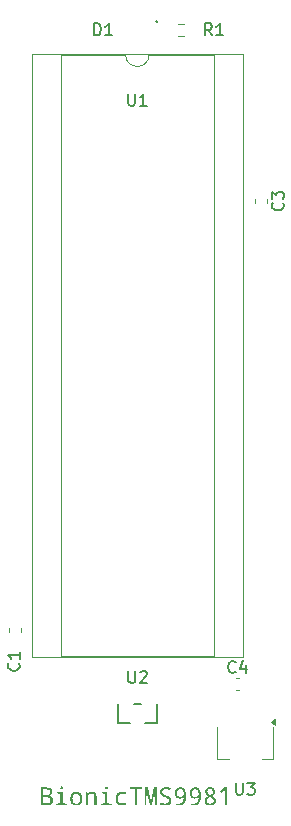
<source format=gbr>
G04 #@! TF.GenerationSoftware,KiCad,Pcbnew,8.0.4+dfsg-1*
G04 #@! TF.CreationDate,2024-12-28T17:04:46+09:00*
G04 #@! TF.ProjectId,bionic-tms9981,62696f6e-6963-42d7-946d-73393938312e,2*
G04 #@! TF.SameCoordinates,Original*
G04 #@! TF.FileFunction,Legend,Top*
G04 #@! TF.FilePolarity,Positive*
%FSLAX46Y46*%
G04 Gerber Fmt 4.6, Leading zero omitted, Abs format (unit mm)*
G04 Created by KiCad (PCBNEW 8.0.4+dfsg-1) date 2024-12-28 17:04:46*
%MOMM*%
%LPD*%
G01*
G04 APERTURE LIST*
%ADD10C,0.150000*%
%ADD11C,0.120000*%
%ADD12C,0.152400*%
G04 APERTURE END LIST*
D10*
G36*
X106058245Y-135799063D02*
G01*
X106135051Y-135805637D01*
X106217229Y-135819311D01*
X106288512Y-135839297D01*
X106357902Y-135870590D01*
X106383101Y-135886631D01*
X106438880Y-135938219D01*
X106478722Y-136003592D01*
X106502627Y-136082750D01*
X106510471Y-136163321D01*
X106510596Y-136175692D01*
X106502689Y-136253373D01*
X106475726Y-136328904D01*
X106429629Y-136394045D01*
X106373444Y-136441622D01*
X106306096Y-136475819D01*
X106227585Y-136496634D01*
X106210543Y-136499192D01*
X106210543Y-136509450D01*
X106290743Y-136527127D01*
X106360249Y-136552315D01*
X106432094Y-136594361D01*
X106487231Y-136648142D01*
X106525660Y-136713658D01*
X106547381Y-136790909D01*
X106552727Y-136861160D01*
X106548104Y-136934481D01*
X106531021Y-137012274D01*
X106501351Y-137081722D01*
X106459093Y-137142826D01*
X106421203Y-137181362D01*
X106359245Y-137226615D01*
X106288137Y-137260753D01*
X106207877Y-137283776D01*
X106131799Y-137294664D01*
X106063265Y-137297500D01*
X105520313Y-137297500D01*
X105520313Y-137133735D01*
X105713021Y-137133735D01*
X106029193Y-137133735D01*
X106104326Y-137129355D01*
X106184155Y-137111565D01*
X106259289Y-137072152D01*
X106311882Y-137013033D01*
X106341935Y-136934207D01*
X106349762Y-136853466D01*
X106341613Y-136778635D01*
X106310323Y-136705580D01*
X106255566Y-136650788D01*
X106177342Y-136614261D01*
X106094228Y-136597772D01*
X106016004Y-136593714D01*
X105713021Y-136593714D01*
X105713021Y-137133735D01*
X105520313Y-137133735D01*
X105520313Y-136429949D01*
X105713021Y-136429949D01*
X106005379Y-136429949D01*
X106080347Y-136426446D01*
X106158728Y-136412213D01*
X106230307Y-136380683D01*
X106239852Y-136373895D01*
X106287531Y-136316259D01*
X106309968Y-136241589D01*
X106313492Y-136188515D01*
X106304184Y-136112822D01*
X106269184Y-136044465D01*
X106234723Y-136013759D01*
X106162664Y-135981387D01*
X106082779Y-135965824D01*
X106005889Y-135960844D01*
X105984863Y-135960636D01*
X105713021Y-135960636D01*
X105713021Y-136429949D01*
X105520313Y-136429949D01*
X105520313Y-135796871D01*
X105973872Y-135796871D01*
X106058245Y-135799063D01*
G37*
G36*
X107293516Y-135703082D02*
G01*
X107368148Y-135725452D01*
X107400987Y-135792561D01*
X107402693Y-135819952D01*
X107384351Y-135892080D01*
X107370086Y-135908613D01*
X107301722Y-135937301D01*
X107293516Y-135937555D01*
X107222117Y-135918146D01*
X107185933Y-135853832D01*
X107183240Y-135819952D01*
X107201440Y-135744284D01*
X107267670Y-135704908D01*
X107293516Y-135703082D01*
G37*
G36*
X107198994Y-136319307D02*
G01*
X106921656Y-136297691D01*
X106921656Y-136172028D01*
X107386206Y-136172028D01*
X107386206Y-137150221D01*
X107748907Y-137170737D01*
X107748907Y-137297500D01*
X106844353Y-137297500D01*
X106844353Y-137170737D01*
X107198994Y-137150221D01*
X107198994Y-136319307D01*
G37*
G36*
X108617949Y-136154197D02*
G01*
X108693589Y-136171044D01*
X108763510Y-136199122D01*
X108827712Y-136238432D01*
X108886196Y-136288973D01*
X108904420Y-136308316D01*
X108953102Y-136371900D01*
X108991712Y-136442852D01*
X109020249Y-136521171D01*
X109038715Y-136606857D01*
X109046409Y-136683890D01*
X109047668Y-136732566D01*
X109044216Y-136815148D01*
X109033858Y-136892077D01*
X109016595Y-136963354D01*
X108986765Y-137041424D01*
X108946992Y-137111354D01*
X108906252Y-137163410D01*
X108850060Y-137216948D01*
X108787275Y-137259409D01*
X108717894Y-137290793D01*
X108641920Y-137311101D01*
X108559350Y-137320331D01*
X108530362Y-137320947D01*
X108449600Y-137315318D01*
X108374376Y-137298433D01*
X108304691Y-137270290D01*
X108240545Y-137230890D01*
X108181936Y-137180233D01*
X108163631Y-137160846D01*
X108114825Y-137096896D01*
X108076116Y-137025400D01*
X108047505Y-136946355D01*
X108031376Y-136874719D01*
X108022260Y-136797842D01*
X108020016Y-136732566D01*
X108213823Y-136732566D01*
X108216641Y-136809890D01*
X108229163Y-136901157D01*
X108251703Y-136978904D01*
X108293965Y-137057073D01*
X108351880Y-137114115D01*
X108425448Y-137150031D01*
X108514669Y-137164819D01*
X108534392Y-137165242D01*
X108609267Y-137158481D01*
X108688823Y-137131017D01*
X108752779Y-137082425D01*
X108801136Y-137012707D01*
X108828591Y-136941721D01*
X108846062Y-136857214D01*
X108853549Y-136759186D01*
X108853861Y-136732566D01*
X108851034Y-136656028D01*
X108838469Y-136565687D01*
X108815852Y-136488731D01*
X108773444Y-136411356D01*
X108715331Y-136354893D01*
X108641510Y-136319343D01*
X108551984Y-136304704D01*
X108532194Y-136304286D01*
X108457575Y-136310978D01*
X108378294Y-136338164D01*
X108314557Y-136386261D01*
X108266367Y-136455271D01*
X108239007Y-136525536D01*
X108221596Y-136609184D01*
X108214134Y-136706217D01*
X108213823Y-136732566D01*
X108020016Y-136732566D01*
X108023424Y-136650749D01*
X108033648Y-136574514D01*
X108054913Y-136490399D01*
X108085992Y-136414321D01*
X108126886Y-136346280D01*
X108159601Y-136305385D01*
X108215384Y-136252096D01*
X108278046Y-136209833D01*
X108347585Y-136178594D01*
X108424002Y-136158381D01*
X108507297Y-136149194D01*
X108536590Y-136148581D01*
X108617949Y-136154197D01*
G37*
G36*
X110076053Y-137297500D02*
G01*
X110076053Y-136571366D01*
X110070069Y-136494424D01*
X110047091Y-136419308D01*
X109998502Y-136355407D01*
X109926457Y-136317066D01*
X109846034Y-136304547D01*
X109830955Y-136304286D01*
X109756766Y-136310674D01*
X109677941Y-136336628D01*
X109614571Y-136382545D01*
X109566657Y-136448426D01*
X109534200Y-136534271D01*
X109519362Y-136617321D01*
X109514416Y-136713148D01*
X109514416Y-137297500D01*
X109326838Y-137297500D01*
X109326838Y-136172028D01*
X109478146Y-136172028D01*
X109505990Y-136321871D01*
X109516248Y-136321871D01*
X109560804Y-136262980D01*
X109624703Y-136209673D01*
X109701434Y-136172950D01*
X109777417Y-136154673D01*
X109862829Y-136148581D01*
X109956767Y-136155021D01*
X110038180Y-136174341D01*
X110107068Y-136206541D01*
X110175564Y-136264904D01*
X110216271Y-136326084D01*
X110244452Y-136400144D01*
X110260108Y-136487083D01*
X110263631Y-136560741D01*
X110263631Y-137297500D01*
X110076053Y-137297500D01*
G37*
G36*
X111074395Y-135703082D02*
G01*
X111149028Y-135725452D01*
X111181866Y-135792561D01*
X111183572Y-135819952D01*
X111165231Y-135892080D01*
X111150965Y-135908613D01*
X111082601Y-135937301D01*
X111074395Y-135937555D01*
X111002996Y-135918146D01*
X110966812Y-135853832D01*
X110964120Y-135819952D01*
X110982319Y-135744284D01*
X111048549Y-135704908D01*
X111074395Y-135703082D01*
G37*
G36*
X110979873Y-136319307D02*
G01*
X110702536Y-136297691D01*
X110702536Y-136172028D01*
X111167085Y-136172028D01*
X111167085Y-137150221D01*
X111529786Y-137170737D01*
X111529786Y-137297500D01*
X110625233Y-137297500D01*
X110625233Y-137170737D01*
X110979873Y-137150221D01*
X110979873Y-136319307D01*
G37*
G36*
X112775791Y-136209398D02*
G01*
X112712044Y-136372063D01*
X112636801Y-136345937D01*
X112565681Y-136327275D01*
X112490597Y-136315204D01*
X112435805Y-136312346D01*
X112346246Y-136319004D01*
X112268628Y-136338976D01*
X112202952Y-136372264D01*
X112137648Y-136432598D01*
X112098840Y-136495844D01*
X112071972Y-136572406D01*
X112057045Y-136662282D01*
X112053687Y-136738428D01*
X112056955Y-136813264D01*
X112071481Y-136901595D01*
X112097627Y-136976840D01*
X112146652Y-137052493D01*
X112213834Y-137107700D01*
X112299172Y-137142460D01*
X112380517Y-137155546D01*
X112425547Y-137157182D01*
X112506948Y-137153198D01*
X112589220Y-137141245D01*
X112661921Y-137124250D01*
X112735289Y-137101154D01*
X112756374Y-137093435D01*
X112756374Y-137258299D01*
X112683398Y-137285707D01*
X112602592Y-137305285D01*
X112525463Y-137315991D01*
X112442338Y-137320702D01*
X112417487Y-137320947D01*
X112337600Y-137317289D01*
X112263492Y-137306314D01*
X112182189Y-137283486D01*
X112109207Y-137250123D01*
X112044545Y-137206223D01*
X112006060Y-137171104D01*
X111956381Y-137110327D01*
X111916982Y-137040380D01*
X111887860Y-136961263D01*
X111871443Y-136888326D01*
X111862164Y-136809021D01*
X111859880Y-136740992D01*
X111863530Y-136653918D01*
X111874478Y-136573588D01*
X111892724Y-136500002D01*
X111924254Y-136420601D01*
X111966295Y-136350912D01*
X112009357Y-136300256D01*
X112069674Y-136248710D01*
X112138517Y-136207829D01*
X112215888Y-136177613D01*
X112301784Y-136158061D01*
X112379878Y-136149914D01*
X112429577Y-136148581D01*
X112508880Y-136151491D01*
X112586185Y-136160222D01*
X112661491Y-136174773D01*
X112734798Y-136195144D01*
X112775791Y-136209398D01*
G37*
G36*
X113671185Y-137297500D02*
G01*
X113478844Y-137297500D01*
X113478844Y-135965765D01*
X113048000Y-135965765D01*
X113048000Y-135796871D01*
X114100931Y-135796871D01*
X114100931Y-135965765D01*
X113671185Y-135965765D01*
X113671185Y-137297500D01*
G37*
G36*
X114751227Y-137297500D02*
G01*
X114465097Y-135984450D01*
X114456670Y-135978588D01*
X114462053Y-136061059D01*
X114466523Y-136137198D01*
X114470684Y-136220205D01*
X114473530Y-136294094D01*
X114475191Y-136368771D01*
X114475355Y-136396976D01*
X114475355Y-137297500D01*
X114319650Y-137297500D01*
X114319650Y-135796871D01*
X114574273Y-135796871D01*
X114829629Y-137019429D01*
X114835857Y-137019429D01*
X115093411Y-135796871D01*
X115353164Y-135796871D01*
X115353164Y-137297500D01*
X115195261Y-137297500D01*
X115195261Y-136383787D01*
X115196420Y-136309399D01*
X115198924Y-136230464D01*
X115202187Y-136148126D01*
X115205693Y-136069161D01*
X115209915Y-135980786D01*
X115201855Y-135980786D01*
X114910229Y-137297500D01*
X114751227Y-137297500D01*
G37*
G36*
X115608886Y-137250605D02*
G01*
X115608886Y-137068888D01*
X115690073Y-137098894D01*
X115770693Y-137122692D01*
X115850746Y-137140282D01*
X115930233Y-137151664D01*
X116009153Y-137156837D01*
X116035334Y-137157182D01*
X116119827Y-137153289D01*
X116193054Y-137141612D01*
X116268745Y-137116066D01*
X116336339Y-137069355D01*
X116378586Y-137005127D01*
X116395484Y-136923381D01*
X116395836Y-136908054D01*
X116385635Y-136834776D01*
X116347948Y-136766865D01*
X116323296Y-136743557D01*
X116255805Y-136701250D01*
X116184588Y-136667326D01*
X116106982Y-136635465D01*
X116029106Y-136606536D01*
X115952985Y-136577217D01*
X115885365Y-136545863D01*
X115817219Y-136506711D01*
X115753506Y-136458574D01*
X115721360Y-136426652D01*
X115676376Y-136362992D01*
X115646115Y-136289480D01*
X115631575Y-136215863D01*
X115628303Y-136155542D01*
X115634632Y-136080880D01*
X115657364Y-136004653D01*
X115696628Y-135938135D01*
X115752424Y-135881326D01*
X115760561Y-135874907D01*
X115823282Y-135835364D01*
X115895400Y-135805534D01*
X115976914Y-135785416D01*
X116054263Y-135775902D01*
X116123994Y-135773424D01*
X116210951Y-135776245D01*
X116294869Y-135784707D01*
X116375746Y-135798811D01*
X116453584Y-135818556D01*
X116528383Y-135843942D01*
X116552640Y-135853658D01*
X116486695Y-136022918D01*
X116413034Y-135995527D01*
X116341254Y-135973802D01*
X116259887Y-135955620D01*
X116181080Y-135945152D01*
X116115568Y-135942318D01*
X116028599Y-135947568D01*
X115956371Y-135963320D01*
X115889155Y-135996082D01*
X115837563Y-136053416D01*
X115814863Y-136131332D01*
X115813683Y-136157374D01*
X115823163Y-136230412D01*
X115858185Y-136300907D01*
X115881095Y-136326268D01*
X115944453Y-136371220D01*
X116011904Y-136405326D01*
X116085687Y-136436146D01*
X116159898Y-136463288D01*
X116235010Y-136491710D01*
X116314282Y-136526194D01*
X116381704Y-136561090D01*
X116445387Y-136602323D01*
X116498418Y-136650134D01*
X116543241Y-136715722D01*
X116571462Y-136792043D01*
X116582668Y-136869909D01*
X116583415Y-136897796D01*
X116576578Y-136980140D01*
X116556066Y-137054384D01*
X116521881Y-137120529D01*
X116474021Y-137178574D01*
X116440533Y-137208107D01*
X116372432Y-137252075D01*
X116304906Y-137281166D01*
X116228932Y-137302324D01*
X116144508Y-137315547D01*
X116067700Y-137320506D01*
X116035334Y-137320947D01*
X115952956Y-137319229D01*
X115876409Y-137314077D01*
X115792251Y-137303361D01*
X115716491Y-137287699D01*
X115638718Y-137263176D01*
X115608886Y-137250605D01*
G37*
G36*
X117421552Y-135779619D02*
G01*
X117496526Y-135798205D01*
X117564880Y-135829182D01*
X117626614Y-135872549D01*
X117681728Y-135928306D01*
X117698628Y-135949645D01*
X117743699Y-136020382D01*
X117779445Y-136100702D01*
X117802111Y-136174955D01*
X117818300Y-136255863D01*
X117828014Y-136343425D01*
X117831122Y-136418267D01*
X117831252Y-136437643D01*
X117828681Y-136544605D01*
X117820970Y-136644667D01*
X117808119Y-136737828D01*
X117790127Y-136824088D01*
X117766995Y-136903448D01*
X117738722Y-136975906D01*
X117705308Y-137041464D01*
X117645549Y-137126861D01*
X117574224Y-137196732D01*
X117491333Y-137251076D01*
X117396875Y-137289893D01*
X117290851Y-137313183D01*
X117213743Y-137320084D01*
X117173261Y-137320947D01*
X117097493Y-137318319D01*
X117023161Y-137308612D01*
X116995941Y-137302262D01*
X116995941Y-137141795D01*
X117067838Y-137164673D01*
X117142000Y-137173170D01*
X117167033Y-137173668D01*
X117249418Y-137168491D01*
X117323740Y-137152957D01*
X117400258Y-137121747D01*
X117465802Y-137076442D01*
X117513247Y-137026390D01*
X117558991Y-136953716D01*
X117590135Y-136878308D01*
X117610401Y-136806219D01*
X117625498Y-136725723D01*
X117635424Y-136636819D01*
X117639643Y-136559642D01*
X117627187Y-136559642D01*
X117578195Y-136627878D01*
X117517772Y-136679354D01*
X117445920Y-136714071D01*
X117362637Y-136732028D01*
X117309915Y-136734764D01*
X117226662Y-136728961D01*
X117151614Y-136711553D01*
X117075891Y-136677447D01*
X117010885Y-136628182D01*
X116996307Y-136613497D01*
X116946459Y-136547094D01*
X116914525Y-136479524D01*
X116893495Y-136403118D01*
X116883369Y-136317877D01*
X116882387Y-136279373D01*
X117063718Y-136279373D01*
X117069283Y-136357416D01*
X117088517Y-136431419D01*
X117125542Y-136497367D01*
X117134060Y-136507618D01*
X117195592Y-136556287D01*
X117266932Y-136581168D01*
X117335927Y-136587486D01*
X117413558Y-136579328D01*
X117482959Y-136554856D01*
X117544132Y-136514070D01*
X117555379Y-136503954D01*
X117605857Y-136443973D01*
X117637026Y-136372712D01*
X117644039Y-136315277D01*
X117638887Y-136240378D01*
X117620775Y-136162303D01*
X117589621Y-136090777D01*
X117561607Y-136046732D01*
X117510921Y-135991831D01*
X117444475Y-135951903D01*
X117367367Y-135934157D01*
X117342155Y-135933159D01*
X117265448Y-135941853D01*
X117194293Y-135971499D01*
X117136991Y-136022185D01*
X117098351Y-136085555D01*
X117075811Y-136155803D01*
X117065507Y-136228755D01*
X117063718Y-136279373D01*
X116882387Y-136279373D01*
X116882368Y-136278640D01*
X116886734Y-136194315D01*
X116899833Y-136116919D01*
X116921665Y-136046453D01*
X116958172Y-135973000D01*
X117006566Y-135908979D01*
X117064969Y-135856160D01*
X117131507Y-135816315D01*
X117206180Y-135789442D01*
X117288987Y-135775542D01*
X117339957Y-135773424D01*
X117421552Y-135779619D01*
G37*
G36*
X118681845Y-135779619D02*
G01*
X118756819Y-135798205D01*
X118825173Y-135829182D01*
X118886907Y-135872549D01*
X118942021Y-135928306D01*
X118958921Y-135949645D01*
X119003992Y-136020382D01*
X119039738Y-136100702D01*
X119062404Y-136174955D01*
X119078593Y-136255863D01*
X119088307Y-136343425D01*
X119091415Y-136418267D01*
X119091545Y-136437643D01*
X119088974Y-136544605D01*
X119081264Y-136644667D01*
X119068412Y-136737828D01*
X119050420Y-136824088D01*
X119027288Y-136903448D01*
X118999015Y-136975906D01*
X118965601Y-137041464D01*
X118905842Y-137126861D01*
X118834517Y-137196732D01*
X118751626Y-137251076D01*
X118657168Y-137289893D01*
X118551144Y-137313183D01*
X118474036Y-137320084D01*
X118433554Y-137320947D01*
X118357786Y-137318319D01*
X118283454Y-137308612D01*
X118256234Y-137302262D01*
X118256234Y-137141795D01*
X118328131Y-137164673D01*
X118402293Y-137173170D01*
X118427326Y-137173668D01*
X118509711Y-137168491D01*
X118584033Y-137152957D01*
X118660551Y-137121747D01*
X118726095Y-137076442D01*
X118773540Y-137026390D01*
X118819284Y-136953716D01*
X118850428Y-136878308D01*
X118870694Y-136806219D01*
X118885791Y-136725723D01*
X118895717Y-136636819D01*
X118899936Y-136559642D01*
X118887480Y-136559642D01*
X118838488Y-136627878D01*
X118778066Y-136679354D01*
X118706213Y-136714071D01*
X118622930Y-136732028D01*
X118570208Y-136734764D01*
X118486956Y-136728961D01*
X118411907Y-136711553D01*
X118336184Y-136677447D01*
X118271178Y-136628182D01*
X118256600Y-136613497D01*
X118206752Y-136547094D01*
X118174818Y-136479524D01*
X118153788Y-136403118D01*
X118143663Y-136317877D01*
X118142680Y-136279373D01*
X118324011Y-136279373D01*
X118329576Y-136357416D01*
X118348810Y-136431419D01*
X118385835Y-136497367D01*
X118394353Y-136507618D01*
X118455885Y-136556287D01*
X118527225Y-136581168D01*
X118596220Y-136587486D01*
X118673851Y-136579328D01*
X118743252Y-136554856D01*
X118804425Y-136514070D01*
X118815672Y-136503954D01*
X118866150Y-136443973D01*
X118897319Y-136372712D01*
X118904332Y-136315277D01*
X118899180Y-136240378D01*
X118881068Y-136162303D01*
X118849914Y-136090777D01*
X118821901Y-136046732D01*
X118771215Y-135991831D01*
X118704768Y-135951903D01*
X118627660Y-135934157D01*
X118602448Y-135933159D01*
X118525741Y-135941853D01*
X118454586Y-135971499D01*
X118397284Y-136022185D01*
X118358644Y-136085555D01*
X118336104Y-136155803D01*
X118325800Y-136228755D01*
X118324011Y-136279373D01*
X118142680Y-136279373D01*
X118142661Y-136278640D01*
X118147027Y-136194315D01*
X118160126Y-136116919D01*
X118181958Y-136046453D01*
X118218465Y-135973000D01*
X118266859Y-135908979D01*
X118325262Y-135856160D01*
X118391800Y-135816315D01*
X118466473Y-135789442D01*
X118549280Y-135775542D01*
X118600250Y-135773424D01*
X118681845Y-135779619D01*
G37*
G36*
X119956586Y-135778087D02*
G01*
X120029200Y-135792077D01*
X120103686Y-135819486D01*
X120169105Y-135859076D01*
X120184043Y-135870877D01*
X120235494Y-135923885D01*
X120275805Y-135993756D01*
X120296018Y-136064962D01*
X120301646Y-136134293D01*
X120292153Y-136219000D01*
X120263676Y-136296443D01*
X120216213Y-136366622D01*
X120162158Y-136419555D01*
X120094919Y-136467444D01*
X120031635Y-136502123D01*
X120106253Y-136544518D01*
X120170922Y-136589272D01*
X120237768Y-136648530D01*
X120289068Y-136711474D01*
X120324822Y-136778103D01*
X120347208Y-136862922D01*
X120350006Y-136907322D01*
X120343782Y-136985560D01*
X120325112Y-137056787D01*
X120288533Y-137129602D01*
X120235696Y-137193257D01*
X120219947Y-137207740D01*
X120159209Y-137251851D01*
X120090477Y-137285128D01*
X120013751Y-137307570D01*
X119929030Y-137319178D01*
X119877030Y-137320947D01*
X119797062Y-137317199D01*
X119723947Y-137305955D01*
X119647306Y-137283362D01*
X119579991Y-137250566D01*
X119529716Y-137214335D01*
X119475220Y-137155556D01*
X119436293Y-137086199D01*
X119412938Y-137006263D01*
X119405274Y-136927641D01*
X119405152Y-136915748D01*
X119405217Y-136915015D01*
X119588335Y-136915015D01*
X119598329Y-136998684D01*
X119635255Y-137074418D01*
X119699389Y-137126591D01*
X119776016Y-137152557D01*
X119855142Y-137160972D01*
X119872633Y-137161212D01*
X119946519Y-137155909D01*
X120023129Y-137135023D01*
X120089521Y-137094167D01*
X120136404Y-137036242D01*
X120161649Y-136963581D01*
X120166457Y-136906955D01*
X120154045Y-136830239D01*
X120116809Y-136761657D01*
X120101611Y-136743557D01*
X120046293Y-136693922D01*
X119985061Y-136652538D01*
X119918566Y-136615169D01*
X119881060Y-136596278D01*
X119850285Y-136581990D01*
X119774821Y-136622868D01*
X119712147Y-136667878D01*
X119653822Y-136727345D01*
X119613916Y-136792763D01*
X119592428Y-136864131D01*
X119588335Y-136915015D01*
X119405217Y-136915015D01*
X119412245Y-136836014D01*
X119433524Y-136762362D01*
X119468989Y-136694792D01*
X119518639Y-136633304D01*
X119582476Y-136577899D01*
X119660498Y-136528575D01*
X119695679Y-136510549D01*
X119625914Y-136461800D01*
X119567974Y-136409205D01*
X119514054Y-136341014D01*
X119477162Y-136267285D01*
X119457296Y-136188017D01*
X119454281Y-136143452D01*
X119637061Y-136143452D01*
X119646808Y-136218265D01*
X119678885Y-136286593D01*
X119687986Y-136298790D01*
X119744115Y-136350409D01*
X119807370Y-136390279D01*
X119879228Y-136426285D01*
X119948043Y-136391753D01*
X120015225Y-136345591D01*
X120072376Y-136285224D01*
X120106667Y-136217844D01*
X120118097Y-136143452D01*
X120107395Y-136068146D01*
X120068449Y-136001240D01*
X120053251Y-135987015D01*
X119987184Y-135950199D01*
X119909133Y-135934474D01*
X119874831Y-135933159D01*
X119799234Y-135940732D01*
X119726926Y-135968712D01*
X119701175Y-135987015D01*
X119655156Y-136048211D01*
X119637625Y-136124646D01*
X119637061Y-136143452D01*
X119454281Y-136143452D01*
X119453513Y-136132095D01*
X119461000Y-136053922D01*
X119487324Y-135976159D01*
X119532600Y-135909176D01*
X119573314Y-135870511D01*
X119637359Y-135828035D01*
X119709326Y-135797696D01*
X119789217Y-135779492D01*
X119865620Y-135773519D01*
X119877030Y-135773424D01*
X119956586Y-135778087D01*
G37*
G36*
X121285700Y-137297500D02*
G01*
X121104350Y-137297500D01*
X121104350Y-136364370D01*
X121104987Y-136284826D01*
X121106365Y-136209856D01*
X121108160Y-136136470D01*
X121110521Y-136054660D01*
X121112410Y-135995441D01*
X121057366Y-136051671D01*
X120998250Y-136105415D01*
X120987846Y-136114509D01*
X120836538Y-136242370D01*
X120736520Y-136112677D01*
X121131095Y-135796871D01*
X121285700Y-135796871D01*
X121285700Y-137297500D01*
G37*
X120010333Y-72105819D02*
X119677000Y-71629628D01*
X119438905Y-72105819D02*
X119438905Y-71105819D01*
X119438905Y-71105819D02*
X119819857Y-71105819D01*
X119819857Y-71105819D02*
X119915095Y-71153438D01*
X119915095Y-71153438D02*
X119962714Y-71201057D01*
X119962714Y-71201057D02*
X120010333Y-71296295D01*
X120010333Y-71296295D02*
X120010333Y-71439152D01*
X120010333Y-71439152D02*
X119962714Y-71534390D01*
X119962714Y-71534390D02*
X119915095Y-71582009D01*
X119915095Y-71582009D02*
X119819857Y-71629628D01*
X119819857Y-71629628D02*
X119438905Y-71629628D01*
X120962714Y-72105819D02*
X120391286Y-72105819D01*
X120677000Y-72105819D02*
X120677000Y-71105819D01*
X120677000Y-71105819D02*
X120581762Y-71248676D01*
X120581762Y-71248676D02*
X120486524Y-71343914D01*
X120486524Y-71343914D02*
X120391286Y-71391533D01*
X122058095Y-135407319D02*
X122058095Y-136216842D01*
X122058095Y-136216842D02*
X122105714Y-136312080D01*
X122105714Y-136312080D02*
X122153333Y-136359700D01*
X122153333Y-136359700D02*
X122248571Y-136407319D01*
X122248571Y-136407319D02*
X122439047Y-136407319D01*
X122439047Y-136407319D02*
X122534285Y-136359700D01*
X122534285Y-136359700D02*
X122581904Y-136312080D01*
X122581904Y-136312080D02*
X122629523Y-136216842D01*
X122629523Y-136216842D02*
X122629523Y-135407319D01*
X123010476Y-135407319D02*
X123629523Y-135407319D01*
X123629523Y-135407319D02*
X123296190Y-135788271D01*
X123296190Y-135788271D02*
X123439047Y-135788271D01*
X123439047Y-135788271D02*
X123534285Y-135835890D01*
X123534285Y-135835890D02*
X123581904Y-135883509D01*
X123581904Y-135883509D02*
X123629523Y-135978747D01*
X123629523Y-135978747D02*
X123629523Y-136216842D01*
X123629523Y-136216842D02*
X123581904Y-136312080D01*
X123581904Y-136312080D02*
X123534285Y-136359700D01*
X123534285Y-136359700D02*
X123439047Y-136407319D01*
X123439047Y-136407319D02*
X123153333Y-136407319D01*
X123153333Y-136407319D02*
X123058095Y-136359700D01*
X123058095Y-136359700D02*
X123010476Y-136312080D01*
X110040905Y-72105819D02*
X110040905Y-71105819D01*
X110040905Y-71105819D02*
X110279000Y-71105819D01*
X110279000Y-71105819D02*
X110421857Y-71153438D01*
X110421857Y-71153438D02*
X110517095Y-71248676D01*
X110517095Y-71248676D02*
X110564714Y-71343914D01*
X110564714Y-71343914D02*
X110612333Y-71534390D01*
X110612333Y-71534390D02*
X110612333Y-71677247D01*
X110612333Y-71677247D02*
X110564714Y-71867723D01*
X110564714Y-71867723D02*
X110517095Y-71962961D01*
X110517095Y-71962961D02*
X110421857Y-72058200D01*
X110421857Y-72058200D02*
X110279000Y-72105819D01*
X110279000Y-72105819D02*
X110040905Y-72105819D01*
X111564714Y-72105819D02*
X110993286Y-72105819D01*
X111279000Y-72105819D02*
X111279000Y-71105819D01*
X111279000Y-71105819D02*
X111183762Y-71248676D01*
X111183762Y-71248676D02*
X111088524Y-71343914D01*
X111088524Y-71343914D02*
X110993286Y-71391533D01*
X112938095Y-77074819D02*
X112938095Y-77884342D01*
X112938095Y-77884342D02*
X112985714Y-77979580D01*
X112985714Y-77979580D02*
X113033333Y-78027200D01*
X113033333Y-78027200D02*
X113128571Y-78074819D01*
X113128571Y-78074819D02*
X113319047Y-78074819D01*
X113319047Y-78074819D02*
X113414285Y-78027200D01*
X113414285Y-78027200D02*
X113461904Y-77979580D01*
X113461904Y-77979580D02*
X113509523Y-77884342D01*
X113509523Y-77884342D02*
X113509523Y-77074819D01*
X114509523Y-78074819D02*
X113938095Y-78074819D01*
X114223809Y-78074819D02*
X114223809Y-77074819D01*
X114223809Y-77074819D02*
X114128571Y-77217676D01*
X114128571Y-77217676D02*
X114033333Y-77312914D01*
X114033333Y-77312914D02*
X113938095Y-77360533D01*
X122018333Y-125992080D02*
X121970714Y-126039700D01*
X121970714Y-126039700D02*
X121827857Y-126087319D01*
X121827857Y-126087319D02*
X121732619Y-126087319D01*
X121732619Y-126087319D02*
X121589762Y-126039700D01*
X121589762Y-126039700D02*
X121494524Y-125944461D01*
X121494524Y-125944461D02*
X121446905Y-125849223D01*
X121446905Y-125849223D02*
X121399286Y-125658747D01*
X121399286Y-125658747D02*
X121399286Y-125515890D01*
X121399286Y-125515890D02*
X121446905Y-125325414D01*
X121446905Y-125325414D02*
X121494524Y-125230176D01*
X121494524Y-125230176D02*
X121589762Y-125134938D01*
X121589762Y-125134938D02*
X121732619Y-125087319D01*
X121732619Y-125087319D02*
X121827857Y-125087319D01*
X121827857Y-125087319D02*
X121970714Y-125134938D01*
X121970714Y-125134938D02*
X122018333Y-125182557D01*
X122875476Y-125420652D02*
X122875476Y-126087319D01*
X122637381Y-125039700D02*
X122399286Y-125753985D01*
X122399286Y-125753985D02*
X123018333Y-125753985D01*
X112953294Y-125944419D02*
X112953294Y-126753942D01*
X112953294Y-126753942D02*
X113000913Y-126849180D01*
X113000913Y-126849180D02*
X113048532Y-126896800D01*
X113048532Y-126896800D02*
X113143770Y-126944419D01*
X113143770Y-126944419D02*
X113334246Y-126944419D01*
X113334246Y-126944419D02*
X113429484Y-126896800D01*
X113429484Y-126896800D02*
X113477103Y-126849180D01*
X113477103Y-126849180D02*
X113524722Y-126753942D01*
X113524722Y-126753942D02*
X113524722Y-125944419D01*
X113953294Y-126039657D02*
X114000913Y-125992038D01*
X114000913Y-125992038D02*
X114096151Y-125944419D01*
X114096151Y-125944419D02*
X114334246Y-125944419D01*
X114334246Y-125944419D02*
X114429484Y-125992038D01*
X114429484Y-125992038D02*
X114477103Y-126039657D01*
X114477103Y-126039657D02*
X114524722Y-126134895D01*
X114524722Y-126134895D02*
X114524722Y-126230133D01*
X114524722Y-126230133D02*
X114477103Y-126372990D01*
X114477103Y-126372990D02*
X113905675Y-126944419D01*
X113905675Y-126944419D02*
X114524722Y-126944419D01*
X103645580Y-125284666D02*
X103693200Y-125332285D01*
X103693200Y-125332285D02*
X103740819Y-125475142D01*
X103740819Y-125475142D02*
X103740819Y-125570380D01*
X103740819Y-125570380D02*
X103693200Y-125713237D01*
X103693200Y-125713237D02*
X103597961Y-125808475D01*
X103597961Y-125808475D02*
X103502723Y-125856094D01*
X103502723Y-125856094D02*
X103312247Y-125903713D01*
X103312247Y-125903713D02*
X103169390Y-125903713D01*
X103169390Y-125903713D02*
X102978914Y-125856094D01*
X102978914Y-125856094D02*
X102883676Y-125808475D01*
X102883676Y-125808475D02*
X102788438Y-125713237D01*
X102788438Y-125713237D02*
X102740819Y-125570380D01*
X102740819Y-125570380D02*
X102740819Y-125475142D01*
X102740819Y-125475142D02*
X102788438Y-125332285D01*
X102788438Y-125332285D02*
X102836057Y-125284666D01*
X103740819Y-124332285D02*
X103740819Y-124903713D01*
X103740819Y-124617999D02*
X102740819Y-124617999D01*
X102740819Y-124617999D02*
X102883676Y-124713237D01*
X102883676Y-124713237D02*
X102978914Y-124808475D01*
X102978914Y-124808475D02*
X103026533Y-124903713D01*
X126005180Y-86295666D02*
X126052800Y-86343285D01*
X126052800Y-86343285D02*
X126100419Y-86486142D01*
X126100419Y-86486142D02*
X126100419Y-86581380D01*
X126100419Y-86581380D02*
X126052800Y-86724237D01*
X126052800Y-86724237D02*
X125957561Y-86819475D01*
X125957561Y-86819475D02*
X125862323Y-86867094D01*
X125862323Y-86867094D02*
X125671847Y-86914713D01*
X125671847Y-86914713D02*
X125528990Y-86914713D01*
X125528990Y-86914713D02*
X125338514Y-86867094D01*
X125338514Y-86867094D02*
X125243276Y-86819475D01*
X125243276Y-86819475D02*
X125148038Y-86724237D01*
X125148038Y-86724237D02*
X125100419Y-86581380D01*
X125100419Y-86581380D02*
X125100419Y-86486142D01*
X125100419Y-86486142D02*
X125148038Y-86343285D01*
X125148038Y-86343285D02*
X125195657Y-86295666D01*
X125100419Y-85962332D02*
X125100419Y-85343285D01*
X125100419Y-85343285D02*
X125481371Y-85676618D01*
X125481371Y-85676618D02*
X125481371Y-85533761D01*
X125481371Y-85533761D02*
X125528990Y-85438523D01*
X125528990Y-85438523D02*
X125576609Y-85390904D01*
X125576609Y-85390904D02*
X125671847Y-85343285D01*
X125671847Y-85343285D02*
X125909942Y-85343285D01*
X125909942Y-85343285D02*
X126005180Y-85390904D01*
X126005180Y-85390904D02*
X126052800Y-85438523D01*
X126052800Y-85438523D02*
X126100419Y-85533761D01*
X126100419Y-85533761D02*
X126100419Y-85819475D01*
X126100419Y-85819475D02*
X126052800Y-85914713D01*
X126052800Y-85914713D02*
X126005180Y-85962332D01*
D11*
X117128276Y-71128500D02*
X117637724Y-71128500D01*
X117128276Y-72173500D02*
X117637724Y-72173500D01*
X120484000Y-133412500D02*
X120484000Y-130692500D01*
X121464000Y-133412500D02*
X120484000Y-133412500D01*
X124224000Y-133412500D02*
X125204000Y-133412500D01*
X125204000Y-130692500D02*
X125204000Y-133412500D01*
X125204000Y-130832500D02*
X125204000Y-133412500D01*
X125384000Y-130522500D02*
X125054000Y-130282500D01*
X125384000Y-130042500D01*
X125384000Y-130522500D01*
G36*
X125384000Y-130522500D02*
G01*
X125054000Y-130282500D01*
X125384000Y-130042500D01*
X125384000Y-130522500D01*
G37*
D12*
X115427200Y-70965200D02*
G75*
G02*
X115274800Y-70965200I-76200J0D01*
G01*
X115274800Y-70965200D02*
G75*
G02*
X115427200Y-70965200I76200J0D01*
G01*
D11*
X104750000Y-73690000D02*
X104750000Y-124730000D01*
X104750000Y-124730000D02*
X122650000Y-124730000D01*
X107240000Y-73750000D02*
X107240000Y-124670000D01*
X107240000Y-124670000D02*
X120160000Y-124670000D01*
X112700000Y-73750000D02*
X107240000Y-73750000D01*
X120160000Y-73750000D02*
X114700000Y-73750000D01*
X120160000Y-124670000D02*
X120160000Y-73750000D01*
X122650000Y-73690000D02*
X104750000Y-73690000D01*
X122650000Y-124730000D02*
X122650000Y-73690000D01*
X114700000Y-73750000D02*
G75*
G02*
X112700000Y-73750000I-1000000J0D01*
G01*
X122038733Y-126552500D02*
X122331267Y-126552500D01*
X122038733Y-127572500D02*
X122331267Y-127572500D01*
D12*
X112063199Y-128709800D02*
X112063199Y-130363800D01*
X112063199Y-130363800D02*
X113052259Y-130363800D01*
X114002260Y-128709800D02*
X113428138Y-128709800D01*
X114378139Y-130363800D02*
X115367199Y-130363800D01*
X115367199Y-130363800D02*
X115367199Y-128709800D01*
D11*
X102826800Y-122622667D02*
X102826800Y-122330133D01*
X103846800Y-122622667D02*
X103846800Y-122330133D01*
X123705600Y-85982733D02*
X123705600Y-86275267D01*
X124725600Y-85982733D02*
X124725600Y-86275267D01*
M02*

</source>
